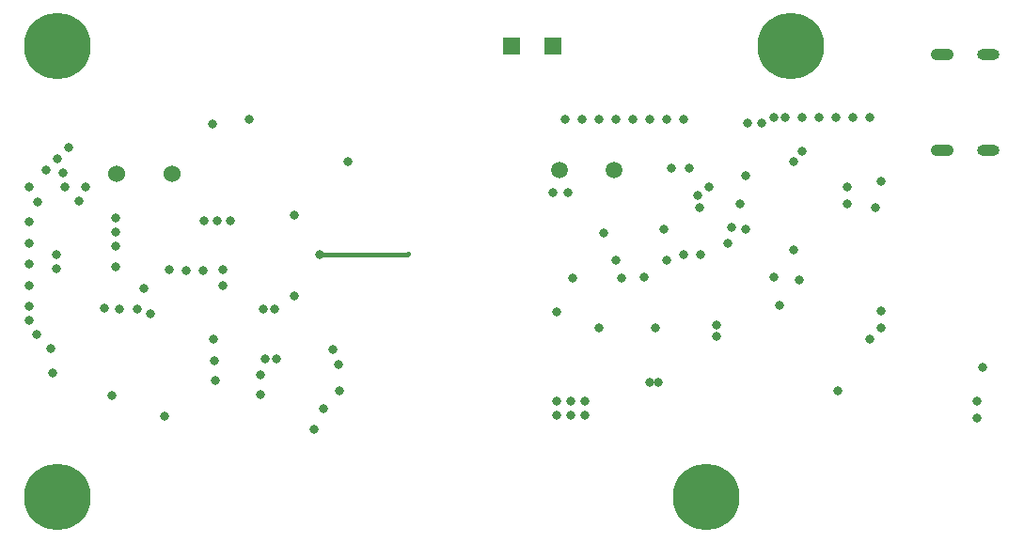
<source format=gbr>
%TF.GenerationSoftware,KiCad,Pcbnew,6.0.4-6f826c9f35~116~ubuntu20.04.1*%
%TF.CreationDate,2022-05-04T08:48:27+00:00*%
%TF.ProjectId,USTSIPIN02A,55535453-4950-4494-9e30-32412e6b6963,REV*%
%TF.SameCoordinates,Original*%
%TF.FileFunction,Copper,L3,Inr*%
%TF.FilePolarity,Positive*%
%FSLAX46Y46*%
G04 Gerber Fmt 4.6, Leading zero omitted, Abs format (unit mm)*
G04 Created by KiCad (PCBNEW 6.0.4-6f826c9f35~116~ubuntu20.04.1) date 2022-05-04 08:48:27*
%MOMM*%
%LPD*%
G01*
G04 APERTURE LIST*
%TA.AperFunction,ComponentPad*%
%ADD10C,6.000000*%
%TD*%
%TA.AperFunction,ComponentPad*%
%ADD11C,1.524000*%
%TD*%
%TA.AperFunction,ComponentPad*%
%ADD12C,1.500000*%
%TD*%
%TA.AperFunction,ComponentPad*%
%ADD13R,1.524000X1.524000*%
%TD*%
%TA.AperFunction,ComponentPad*%
%ADD14O,2.000000X1.000000*%
%TD*%
%TA.AperFunction,ComponentPad*%
%ADD15O,2.100000X1.050000*%
%TD*%
%TA.AperFunction,ViaPad*%
%ADD16C,0.800000*%
%TD*%
%TA.AperFunction,Conductor*%
%ADD17C,0.400000*%
%TD*%
G04 APERTURE END LIST*
D10*
%TO.N,GND*%
%TO.C,M2*%
X71120000Y45720000D03*
%TD*%
%TO.N,GND*%
%TO.C,M3*%
X5080000Y45720000D03*
%TD*%
%TO.N,GND*%
%TO.C,M4*%
X5080000Y5080000D03*
%TD*%
D11*
%TO.N,/K*%
%TO.C,D2*%
X15360000Y34190000D03*
%TO.N,/A*%
X10360000Y34190000D03*
%TD*%
D10*
%TO.N,GND*%
%TO.C,M1*%
X63500000Y5080000D03*
%TD*%
D12*
%TO.N,Net-(C30-Pad1)*%
%TO.C,Y1*%
X50292000Y34544000D03*
%TO.N,Net-(C33-Pad1)*%
X55172000Y34544000D03*
%TD*%
D13*
%TO.N,/cpu/PC4*%
%TO.C,J6*%
X45941600Y45720000D03*
%TD*%
%TO.N,/cpu/PC3*%
%TO.C,J5*%
X49631600Y45720000D03*
%TD*%
D14*
%TO.N,GND*%
%TO.C,J4*%
X88900000Y44960000D03*
X88900000Y36320000D03*
D15*
X84720000Y44960000D03*
X84720000Y36320000D03*
%TD*%
D16*
%TO.N,GND*%
X75311000Y14605000D03*
X14732000Y12344400D03*
X19913600Y24130000D03*
X19913600Y25552400D03*
X9956800Y14224000D03*
X4622800Y16256000D03*
X4445000Y18415000D03*
X3175000Y19685000D03*
X2540000Y20955000D03*
X2540000Y22225000D03*
X2540000Y24130000D03*
X2540000Y26035000D03*
X2540000Y27940000D03*
X2540000Y29845000D03*
X3302000Y31648400D03*
X2540000Y33020000D03*
X5715000Y33020000D03*
X6985000Y31750000D03*
X7620000Y33020000D03*
X5537200Y34290000D03*
X5080000Y35560000D03*
X18288000Y29921200D03*
X19456400Y29972000D03*
X20624800Y29972000D03*
X50800000Y39116000D03*
X52324000Y39116000D03*
X53848000Y39116000D03*
X55372000Y39116000D03*
X56896000Y39116000D03*
X58420000Y39116000D03*
X61468000Y39116000D03*
X62992000Y26924000D03*
X58928000Y20320000D03*
X57912000Y24892000D03*
X69596000Y24892000D03*
X70104000Y22352000D03*
X76200000Y31496000D03*
X66548000Y31496000D03*
X67183000Y38735000D03*
X68453000Y38735000D03*
X51054000Y32512000D03*
X50038000Y21717000D03*
X49657000Y32512000D03*
X6096000Y36576000D03*
X79248000Y21844000D03*
X79248000Y20320000D03*
X78232000Y19304000D03*
X78232000Y39243000D03*
X76708000Y39243000D03*
X75184000Y39243000D03*
X73660000Y39243000D03*
X72136000Y39243000D03*
X70612000Y39243000D03*
X69596000Y39243000D03*
X87884000Y12192000D03*
X87884000Y13716000D03*
X88392000Y16764000D03*
X79248000Y33528000D03*
X67056000Y34036000D03*
X10320000Y27680000D03*
X54229000Y28829000D03*
X15138400Y25552400D03*
X24587200Y21996400D03*
X22352000Y39065200D03*
X59944000Y26416000D03*
X51308000Y13716000D03*
X4064000Y34544000D03*
X10319457Y30200565D03*
X29870400Y18338800D03*
X30480000Y14630400D03*
X23368000Y16052800D03*
X4986000Y26918000D03*
X51308000Y12446000D03*
X9304000Y22092000D03*
X50038000Y13716000D03*
X52578000Y12446000D03*
X62701789Y32220000D03*
X13462000Y21590000D03*
X10668000Y21965000D03*
X19253200Y15544800D03*
X12225000Y21965000D03*
X18186400Y25501600D03*
X19151600Y17373600D03*
X30327600Y16967200D03*
X12860000Y23870000D03*
X19100800Y19253200D03*
X16611600Y25501600D03*
X4986000Y25648000D03*
X24739600Y17475200D03*
X10320000Y28950000D03*
X23622000Y21996400D03*
X10320000Y25775000D03*
X23368000Y14274800D03*
X23723600Y17475200D03*
X50038000Y12446000D03*
X18999200Y38709600D03*
X55867109Y24815999D03*
%TO.N,Net-(R13-Pad2)*%
X26365200Y30429200D03*
X26365200Y23215600D03*
%TO.N,/cpu/RST#_P*%
X78740000Y31115000D03*
X59690000Y29210000D03*
%TO.N,/cpu/PC0*%
X65747314Y29387314D03*
X71882000Y24638000D03*
%TO.N,/cpu/PC1*%
X67056000Y29210000D03*
X71374778Y27336070D03*
%TO.N,/cpu/PB6*%
X55372000Y26416000D03*
X51435000Y24765000D03*
%TO.N,+3V3*%
X64389000Y20574000D03*
X58420000Y15367000D03*
X76200000Y33020000D03*
X59182000Y15367000D03*
X64389000Y19558000D03*
X63754000Y33020000D03*
%TO.N,PA1*%
X65405000Y27940000D03*
X28143200Y11176000D03*
X28651200Y26924000D03*
%TO.N,PA0*%
X62865000Y31115000D03*
%TO.N,PB0*%
X61468000Y26924000D03*
%TO.N,POWER_ANALOG_3V3*%
X31191200Y35255200D03*
X28969000Y13017800D03*
%TO.N,Net-(J2-Pad1)*%
X59944000Y39116000D03*
%TO.N,Net-(J2-Pad5)*%
X53848000Y20320000D03*
%TO.N,unconnected-(J2-Pad8)*%
X52578000Y13716000D03*
%TO.N,RX0*%
X61976000Y34671000D03*
X71374000Y35306000D03*
%TO.N,TX0*%
X60325000Y34671000D03*
X72066686Y36191990D03*
%TD*%
D17*
%TO.N,PA1*%
X36576000Y26924000D02*
X36626800Y26974800D01*
X28651200Y26924000D02*
X36576000Y26924000D01*
%TD*%
M02*

</source>
